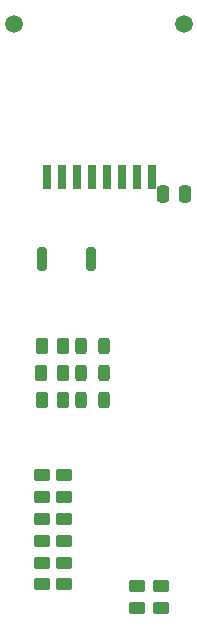
<source format=gbr>
%TF.GenerationSoftware,KiCad,Pcbnew,(6.0.11)*%
%TF.CreationDate,2023-03-05T00:30:33+01:00*%
%TF.ProjectId,gateway-nano-E01-ml01sp4,67617465-7761-4792-9d6e-616e6f2d4530,rev?*%
%TF.SameCoordinates,Original*%
%TF.FileFunction,Paste,Bot*%
%TF.FilePolarity,Positive*%
%FSLAX46Y46*%
G04 Gerber Fmt 4.6, Leading zero omitted, Abs format (unit mm)*
G04 Created by KiCad (PCBNEW (6.0.11)) date 2023-03-05 00:30:33*
%MOMM*%
%LPD*%
G01*
G04 APERTURE LIST*
G04 Aperture macros list*
%AMRoundRect*
0 Rectangle with rounded corners*
0 $1 Rounding radius*
0 $2 $3 $4 $5 $6 $7 $8 $9 X,Y pos of 4 corners*
0 Add a 4 corners polygon primitive as box body*
4,1,4,$2,$3,$4,$5,$6,$7,$8,$9,$2,$3,0*
0 Add four circle primitives for the rounded corners*
1,1,$1+$1,$2,$3*
1,1,$1+$1,$4,$5*
1,1,$1+$1,$6,$7*
1,1,$1+$1,$8,$9*
0 Add four rect primitives between the rounded corners*
20,1,$1+$1,$2,$3,$4,$5,0*
20,1,$1+$1,$4,$5,$6,$7,0*
20,1,$1+$1,$6,$7,$8,$9,0*
20,1,$1+$1,$8,$9,$2,$3,0*%
G04 Aperture macros list end*
%ADD10RoundRect,0.200000X0.200000X0.800000X-0.200000X0.800000X-0.200000X-0.800000X0.200000X-0.800000X0*%
%ADD11RoundRect,0.250000X-0.262500X-0.450000X0.262500X-0.450000X0.262500X0.450000X-0.262500X0.450000X0*%
%ADD12RoundRect,0.243750X-0.243750X-0.456250X0.243750X-0.456250X0.243750X0.456250X-0.243750X0.456250X0*%
%ADD13RoundRect,0.250000X-0.250000X-0.475000X0.250000X-0.475000X0.250000X0.475000X-0.250000X0.475000X0*%
%ADD14RoundRect,0.250000X0.450000X-0.262500X0.450000X0.262500X-0.450000X0.262500X-0.450000X-0.262500X0*%
%ADD15RoundRect,0.250000X-0.450000X0.262500X-0.450000X-0.262500X0.450000X-0.262500X0.450000X0.262500X0*%
%ADD16C,1.500000*%
%ADD17R,0.800000X2.000000*%
G04 APERTURE END LIST*
D10*
%TO.C,SW1*%
X121900000Y-92400000D03*
X117700000Y-92400000D03*
%TD*%
D11*
%TO.C,R11*%
X119512500Y-104300000D03*
X117687500Y-104300000D03*
%TD*%
%TO.C,R10*%
X119500000Y-102000000D03*
X117675000Y-102000000D03*
%TD*%
%TO.C,R9*%
X119512500Y-99700000D03*
X117687500Y-99700000D03*
%TD*%
D12*
%TO.C,D3*%
X122937500Y-104300000D03*
X121062500Y-104300000D03*
%TD*%
%TO.C,D2*%
X122937500Y-102000000D03*
X121062500Y-102000000D03*
%TD*%
%TO.C,D1*%
X122937500Y-99700000D03*
X121062500Y-99700000D03*
%TD*%
D13*
%TO.C,C1*%
X127950000Y-86900000D03*
X129850000Y-86900000D03*
%TD*%
D14*
%TO.C,R4*%
X117700000Y-112512500D03*
X117700000Y-110687500D03*
%TD*%
D15*
%TO.C,R6*%
X119600000Y-118087500D03*
X119600000Y-119912500D03*
%TD*%
%TO.C,R7*%
X119600000Y-114387500D03*
X119600000Y-116212500D03*
%TD*%
%TO.C,R8*%
X119600000Y-110687500D03*
X119600000Y-112512500D03*
%TD*%
D14*
%TO.C,R1*%
X127800000Y-121912500D03*
X127800000Y-120087500D03*
%TD*%
D16*
%TO.C,U1*%
X129751434Y-72448410D03*
X115315044Y-72456233D03*
D17*
X118124645Y-85440336D03*
X119394645Y-85440336D03*
X120664645Y-85440336D03*
X121934645Y-85440336D03*
X123204645Y-85440336D03*
X124474645Y-85440336D03*
X125744645Y-85440336D03*
X127014645Y-85440336D03*
%TD*%
D15*
%TO.C,R5*%
X125800000Y-120087500D03*
X125800000Y-121912500D03*
%TD*%
D14*
%TO.C,R2*%
X117700000Y-119912500D03*
X117700000Y-118087500D03*
%TD*%
%TO.C,R3*%
X117700000Y-116212500D03*
X117700000Y-114387500D03*
%TD*%
M02*

</source>
